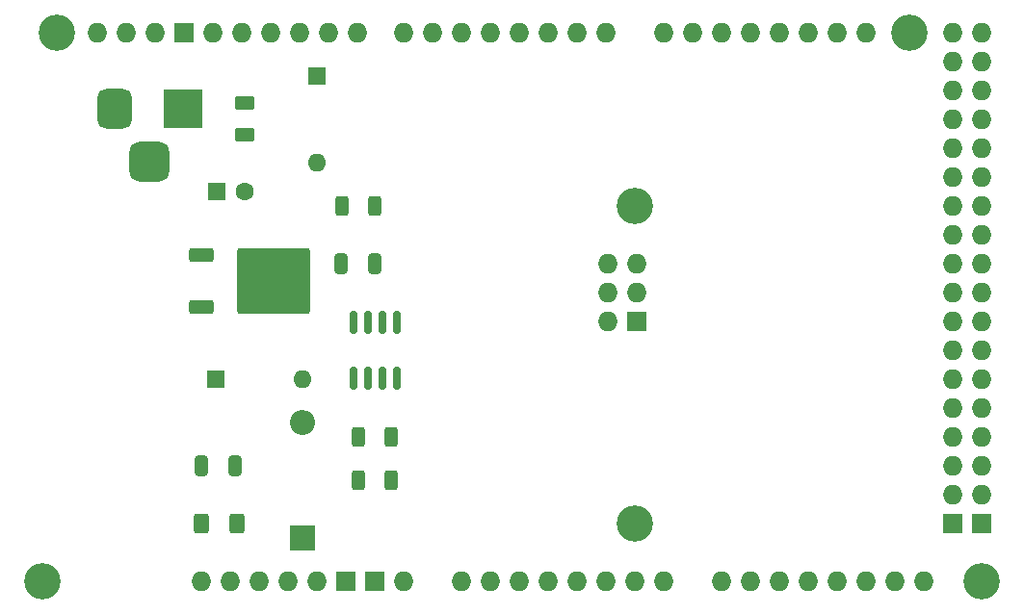
<source format=gbr>
%TF.GenerationSoftware,KiCad,Pcbnew,7.0.10*%
%TF.CreationDate,2024-05-14T13:40:59-04:00*%
%TF.ProjectId,Power PCB,506f7765-7220-4504-9342-2e6b69636164,rev?*%
%TF.SameCoordinates,Original*%
%TF.FileFunction,Soldermask,Top*%
%TF.FilePolarity,Negative*%
%FSLAX46Y46*%
G04 Gerber Fmt 4.6, Leading zero omitted, Abs format (unit mm)*
G04 Created by KiCad (PCBNEW 7.0.10) date 2024-05-14 13:40:59*
%MOMM*%
%LPD*%
G01*
G04 APERTURE LIST*
G04 Aperture macros list*
%AMRoundRect*
0 Rectangle with rounded corners*
0 $1 Rounding radius*
0 $2 $3 $4 $5 $6 $7 $8 $9 X,Y pos of 4 corners*
0 Add a 4 corners polygon primitive as box body*
4,1,4,$2,$3,$4,$5,$6,$7,$8,$9,$2,$3,0*
0 Add four circle primitives for the rounded corners*
1,1,$1+$1,$2,$3*
1,1,$1+$1,$4,$5*
1,1,$1+$1,$6,$7*
1,1,$1+$1,$8,$9*
0 Add four rect primitives between the rounded corners*
20,1,$1+$1,$2,$3,$4,$5,0*
20,1,$1+$1,$4,$5,$6,$7,0*
20,1,$1+$1,$6,$7,$8,$9,0*
20,1,$1+$1,$8,$9,$2,$3,0*%
G04 Aperture macros list end*
%ADD10RoundRect,0.250000X0.312500X0.625000X-0.312500X0.625000X-0.312500X-0.625000X0.312500X-0.625000X0*%
%ADD11C,3.200000*%
%ADD12O,1.727200X1.727200*%
%ADD13R,1.727200X1.727200*%
%ADD14R,1.600000X1.600000*%
%ADD15O,1.600000X1.600000*%
%ADD16RoundRect,0.250000X-0.850000X-0.350000X0.850000X-0.350000X0.850000X0.350000X-0.850000X0.350000X0*%
%ADD17RoundRect,0.249997X-2.950003X-2.650003X2.950003X-2.650003X2.950003X2.650003X-2.950003X2.650003X0*%
%ADD18RoundRect,0.150000X0.150000X-0.825000X0.150000X0.825000X-0.150000X0.825000X-0.150000X-0.825000X0*%
%ADD19RoundRect,0.250000X-0.325000X-0.650000X0.325000X-0.650000X0.325000X0.650000X-0.325000X0.650000X0*%
%ADD20RoundRect,0.250000X0.625000X-0.375000X0.625000X0.375000X-0.625000X0.375000X-0.625000X-0.375000X0*%
%ADD21R,3.500000X3.500000*%
%ADD22RoundRect,0.750000X-0.750000X-1.000000X0.750000X-1.000000X0.750000X1.000000X-0.750000X1.000000X0*%
%ADD23RoundRect,0.875000X-0.875000X-0.875000X0.875000X-0.875000X0.875000X0.875000X-0.875000X0.875000X0*%
%ADD24RoundRect,0.250000X-0.400000X-0.625000X0.400000X-0.625000X0.400000X0.625000X-0.400000X0.625000X0*%
%ADD25C,1.600000*%
%ADD26RoundRect,0.250000X-0.312500X-0.625000X0.312500X-0.625000X0.312500X0.625000X-0.312500X0.625000X0*%
%ADD27R,2.200000X2.200000*%
%ADD28O,2.200000X2.200000*%
G04 APERTURE END LIST*
D10*
%TO.C,R3*%
X143702500Y-100330000D03*
X140777500Y-100330000D03*
%TD*%
D11*
%TO.C,XA1*%
X113030000Y-109220000D03*
X114300000Y-60960000D03*
X165100000Y-76200000D03*
X165100000Y-104140000D03*
X189230000Y-60960000D03*
X195580000Y-109220000D03*
D12*
X134620000Y-109220000D03*
X137160000Y-109220000D03*
X165227000Y-81280000D03*
X193040000Y-60960000D03*
X195580000Y-60960000D03*
X149860000Y-109220000D03*
X152400000Y-109220000D03*
X154940000Y-109220000D03*
X157480000Y-109220000D03*
X160020000Y-109220000D03*
X162560000Y-109220000D03*
X165100000Y-109220000D03*
X167640000Y-109220000D03*
X172720000Y-109220000D03*
X175260000Y-109220000D03*
X177800000Y-109220000D03*
X180340000Y-109220000D03*
X182880000Y-109220000D03*
X185420000Y-109220000D03*
X187960000Y-109220000D03*
X190500000Y-109220000D03*
X122936000Y-60960000D03*
X162560000Y-60960000D03*
X160020000Y-60960000D03*
X157480000Y-60960000D03*
X154940000Y-60960000D03*
X152400000Y-60960000D03*
X149860000Y-60960000D03*
X147320000Y-60960000D03*
X144780000Y-60960000D03*
X140716000Y-60960000D03*
X138176000Y-60960000D03*
X135636000Y-60960000D03*
X133096000Y-60960000D03*
X130556000Y-60960000D03*
X128016000Y-60960000D03*
X167640000Y-60960000D03*
X170180000Y-60960000D03*
X172720000Y-60960000D03*
X175260000Y-60960000D03*
X177800000Y-60960000D03*
X180340000Y-60960000D03*
X182880000Y-60960000D03*
X185420000Y-60960000D03*
X193040000Y-63500000D03*
X195580000Y-63500000D03*
X193040000Y-66040000D03*
X195580000Y-66040000D03*
X193040000Y-68580000D03*
X195580000Y-68580000D03*
X193040000Y-71120000D03*
X195580000Y-71120000D03*
X193040000Y-73660000D03*
X195580000Y-73660000D03*
X193040000Y-76200000D03*
X195580000Y-76200000D03*
X193040000Y-78740000D03*
X195580000Y-78740000D03*
X193040000Y-81280000D03*
X195580000Y-81280000D03*
X193040000Y-83820000D03*
X195580000Y-83820000D03*
X193040000Y-86360000D03*
X195580000Y-86360000D03*
X193040000Y-88900000D03*
X195580000Y-88900000D03*
X193040000Y-91440000D03*
X195580000Y-91440000D03*
X193040000Y-93980000D03*
X195580000Y-93980000D03*
X193040000Y-96520000D03*
X195580000Y-96520000D03*
X193040000Y-99060000D03*
X195580000Y-99060000D03*
X193040000Y-101600000D03*
X195580000Y-101600000D03*
D13*
X125476000Y-60960000D03*
X139700000Y-109220000D03*
X142240000Y-109220000D03*
X165227000Y-86360000D03*
X193040000Y-104140000D03*
X195580000Y-104140000D03*
D12*
X129540000Y-109220000D03*
X162687000Y-81280000D03*
X165227000Y-83820000D03*
X132080000Y-109220000D03*
X162687000Y-86360000D03*
X162687000Y-83820000D03*
X117856000Y-60960000D03*
X120396000Y-60960000D03*
X127000000Y-109220000D03*
X144780000Y-109220000D03*
%TD*%
D10*
%TO.C,R4*%
X143702500Y-96520000D03*
X140777500Y-96520000D03*
%TD*%
D14*
%TO.C,SW1*%
X128280000Y-91440000D03*
D15*
X135900000Y-91440000D03*
%TD*%
D16*
%TO.C,U1*%
X127000000Y-80525000D03*
D17*
X133300000Y-82805000D03*
D16*
X127000000Y-85085000D03*
%TD*%
D18*
%TO.C,U2*%
X140335000Y-91375000D03*
X141605000Y-91375000D03*
X142875000Y-91375000D03*
X144145000Y-91375000D03*
X144145000Y-86425000D03*
X142875000Y-86425000D03*
X141605000Y-86425000D03*
X140335000Y-86425000D03*
%TD*%
D19*
%TO.C,C1*%
X139290000Y-81280000D03*
X142240000Y-81280000D03*
%TD*%
%TO.C,C3*%
X127000000Y-99060000D03*
X129950000Y-99060000D03*
%TD*%
D20*
%TO.C,D1*%
X130810000Y-69980000D03*
X130810000Y-67180000D03*
%TD*%
D21*
%TO.C,J1*%
X125380000Y-67622500D03*
D22*
X119380000Y-67622500D03*
D23*
X122380000Y-72322500D03*
%TD*%
D14*
%TO.C,SW2*%
X137160000Y-64780000D03*
D15*
X137160000Y-72400000D03*
%TD*%
D24*
%TO.C,R2*%
X127000000Y-104140000D03*
X130100000Y-104140000D03*
%TD*%
D14*
%TO.C,C2*%
X128310000Y-74930000D03*
D25*
X130810000Y-74930000D03*
%TD*%
D26*
%TO.C,R1*%
X139315000Y-76200000D03*
X142240000Y-76200000D03*
%TD*%
D27*
%TO.C,D2*%
X135890000Y-105410000D03*
D28*
X135890000Y-95250000D03*
%TD*%
M02*

</source>
